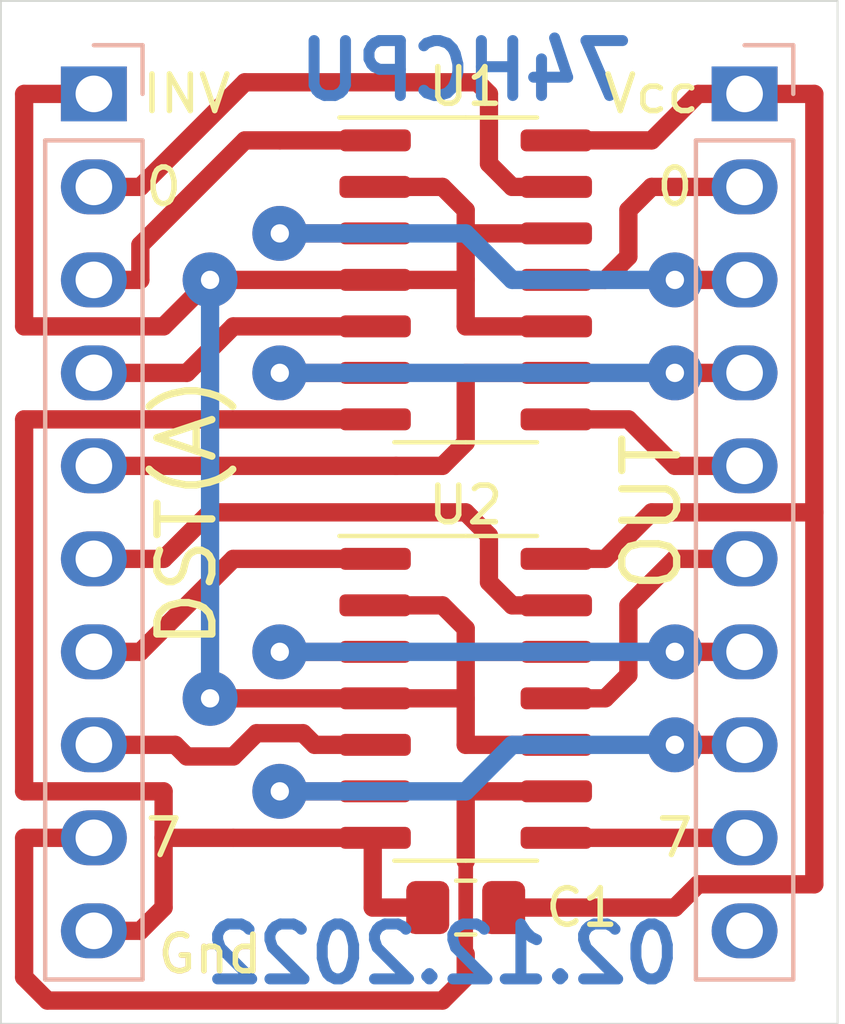
<source format=kicad_pcb>
(kicad_pcb (version 20171130) (host pcbnew "(5.1.8)-1")

  (general
    (thickness 1.6)
    (drawings 16)
    (tracks 144)
    (zones 0)
    (modules 5)
    (nets 21)
  )

  (page A4 portrait)
  (layers
    (0 F.Cu signal)
    (31 B.Cu signal)
    (32 B.Adhes user)
    (33 F.Adhes user)
    (34 B.Paste user)
    (35 F.Paste user)
    (36 B.SilkS user)
    (37 F.SilkS user)
    (38 B.Mask user)
    (39 F.Mask user)
    (40 Dwgs.User user)
    (41 Cmts.User user)
    (42 Eco1.User user)
    (43 Eco2.User user)
    (44 Edge.Cuts user)
    (45 Margin user)
    (46 B.CrtYd user)
    (47 F.CrtYd user)
    (48 B.Fab user)
    (49 F.Fab user)
  )

  (setup
    (last_trace_width 0.4)
    (user_trace_width 0.4)
    (user_trace_width 0.5)
    (user_trace_width 0.6)
    (user_trace_width 0.8)
    (trace_clearance 0.2)
    (zone_clearance 0.508)
    (zone_45_only no)
    (trace_min 0.4)
    (via_size 1.5)
    (via_drill 0.5)
    (via_min_size 1.5)
    (via_min_drill 0.5)
    (user_via 1.5 0.5)
    (uvia_size 0.3)
    (uvia_drill 0.1)
    (uvias_allowed no)
    (uvia_min_size 0.2)
    (uvia_min_drill 0.1)
    (edge_width 0.05)
    (segment_width 0.2)
    (pcb_text_width 0.3)
    (pcb_text_size 1.5 1.5)
    (mod_edge_width 0.12)
    (mod_text_size 1 1)
    (mod_text_width 0.15)
    (pad_size 1.524 1.524)
    (pad_drill 0.762)
    (pad_to_mask_clearance 0)
    (aux_axis_origin 0 0)
    (visible_elements 7FFFFFFF)
    (pcbplotparams
      (layerselection 0x010f0_ffffffff)
      (usegerberextensions false)
      (usegerberattributes true)
      (usegerberadvancedattributes true)
      (creategerberjobfile false)
      (excludeedgelayer true)
      (linewidth 0.100000)
      (plotframeref false)
      (viasonmask false)
      (mode 1)
      (useauxorigin false)
      (hpglpennumber 1)
      (hpglpenspeed 20)
      (hpglpendiameter 15.000000)
      (psnegative false)
      (psa4output false)
      (plotreference true)
      (plotvalue true)
      (plotinvisibletext false)
      (padsonsilk false)
      (subtractmaskfromsilk false)
      (outputformat 1)
      (mirror false)
      (drillshape 0)
      (scaleselection 1)
      (outputdirectory "gerber/"))
  )

  (net 0 "")
  (net 1 VCC)
  (net 2 GND)
  (net 3 /O7)
  (net 4 /O6)
  (net 5 /O5)
  (net 6 /O4)
  (net 7 /O3)
  (net 8 /O2)
  (net 9 /O1)
  (net 10 /O0)
  (net 11 /INV)
  (net 12 "Net-(J2-Pad10)")
  (net 13 /D7)
  (net 14 /D6)
  (net 15 /D5)
  (net 16 /D4)
  (net 17 /D3)
  (net 18 /D2)
  (net 19 /D1)
  (net 20 /D0)

  (net_class Default "This is the default net class."
    (clearance 0.2)
    (trace_width 0.4)
    (via_dia 1.5)
    (via_drill 0.5)
    (uvia_dia 0.3)
    (uvia_drill 0.1)
    (diff_pair_width 0.5)
    (diff_pair_gap 0.25)
    (add_net /D0)
    (add_net /D1)
    (add_net /D2)
    (add_net /D3)
    (add_net /D4)
    (add_net /D5)
    (add_net /D6)
    (add_net /D7)
    (add_net /INV)
    (add_net /O0)
    (add_net /O1)
    (add_net /O2)
    (add_net /O3)
    (add_net /O4)
    (add_net /O5)
    (add_net /O6)
    (add_net /O7)
    (add_net GND)
    (add_net "Net-(J2-Pad10)")
    (add_net VCC)
  )

  (module Connector_PinHeader_2.54mm:PinHeader_1x10_P2.54mm_Vertical (layer B.Cu) (tedit 59FED5CC) (tstamp 63867421)
    (at 96.52 40.64 180)
    (descr "Through hole straight pin header, 1x10, 2.54mm pitch, single row")
    (tags "Through hole pin header THT 1x10 2.54mm single row")
    (path /638C9111)
    (fp_text reference J2 (at 2.54 1.27) (layer B.SilkS) hide
      (effects (font (size 1 1) (thickness 0.15)) (justify mirror))
    )
    (fp_text value Conn_01x10_Male (at -1.905 -11.43 90) (layer B.Fab)
      (effects (font (size 1 1) (thickness 0.15)) (justify mirror))
    )
    (fp_line (start 1.8 1.8) (end -1.8 1.8) (layer B.CrtYd) (width 0.05))
    (fp_line (start 1.8 -24.65) (end 1.8 1.8) (layer B.CrtYd) (width 0.05))
    (fp_line (start -1.8 -24.65) (end 1.8 -24.65) (layer B.CrtYd) (width 0.05))
    (fp_line (start -1.8 1.8) (end -1.8 -24.65) (layer B.CrtYd) (width 0.05))
    (fp_line (start -1.33 1.33) (end 0 1.33) (layer B.SilkS) (width 0.12))
    (fp_line (start -1.33 0) (end -1.33 1.33) (layer B.SilkS) (width 0.12))
    (fp_line (start -1.33 -1.27) (end 1.33 -1.27) (layer B.SilkS) (width 0.12))
    (fp_line (start 1.33 -1.27) (end 1.33 -24.19) (layer B.SilkS) (width 0.12))
    (fp_line (start -1.33 -1.27) (end -1.33 -24.19) (layer B.SilkS) (width 0.12))
    (fp_line (start -1.33 -24.19) (end 1.33 -24.19) (layer B.SilkS) (width 0.12))
    (fp_line (start -1.27 0.635) (end -0.635 1.27) (layer B.Fab) (width 0.1))
    (fp_line (start -1.27 -24.13) (end -1.27 0.635) (layer B.Fab) (width 0.1))
    (fp_line (start 1.27 -24.13) (end -1.27 -24.13) (layer B.Fab) (width 0.1))
    (fp_line (start 1.27 1.27) (end 1.27 -24.13) (layer B.Fab) (width 0.1))
    (fp_line (start -0.635 1.27) (end 1.27 1.27) (layer B.Fab) (width 0.1))
    (fp_text user %R (at 0 -11.43 270) (layer B.Fab)
      (effects (font (size 1 1) (thickness 0.15)) (justify mirror))
    )
    (pad 10 thru_hole oval (at 0 -22.86 180) (size 1.8 1.5) (drill 1) (layers *.Cu *.Mask)
      (net 12 "Net-(J2-Pad10)"))
    (pad 9 thru_hole oval (at 0 -20.32 180) (size 1.8 1.5) (drill 1) (layers *.Cu *.Mask)
      (net 3 /O7))
    (pad 8 thru_hole oval (at 0 -17.78 180) (size 1.8 1.5) (drill 1) (layers *.Cu *.Mask)
      (net 4 /O6))
    (pad 7 thru_hole oval (at 0 -15.24 180) (size 1.8 1.5) (drill 1) (layers *.Cu *.Mask)
      (net 5 /O5))
    (pad 6 thru_hole oval (at 0 -12.7 180) (size 1.8 1.5) (drill 1) (layers *.Cu *.Mask)
      (net 6 /O4))
    (pad 5 thru_hole oval (at 0 -10.16 180) (size 1.8 1.5) (drill 1) (layers *.Cu *.Mask)
      (net 7 /O3))
    (pad 4 thru_hole oval (at 0 -7.62 180) (size 1.8 1.5) (drill 1) (layers *.Cu *.Mask)
      (net 8 /O2))
    (pad 3 thru_hole oval (at 0 -5.08 180) (size 1.8 1.5) (drill 1) (layers *.Cu *.Mask)
      (net 9 /O1))
    (pad 2 thru_hole oval (at 0 -2.54 180) (size 1.8 1.5) (drill 1) (layers *.Cu *.Mask)
      (net 10 /O0))
    (pad 1 thru_hole rect (at 0 0 180) (size 1.8 1.5) (drill 1) (layers *.Cu *.Mask)
      (net 1 VCC))
    (model ${KISYS3DMOD}/Connector_PinHeader_2.54mm.3dshapes/PinHeader_1x10_P2.54mm_Vertical.wrl
      (at (xyz 0 0 0))
      (scale (xyz 1 1 1))
      (rotate (xyz 0 0 0))
    )
  )

  (module Connector_PinHeader_2.54mm:PinHeader_1x10_P2.54mm_Vertical (layer B.Cu) (tedit 59FED5CC) (tstamp 63867403)
    (at 78.74 40.64 180)
    (descr "Through hole straight pin header, 1x10, 2.54mm pitch, single row")
    (tags "Through hole pin header THT 1x10 2.54mm single row")
    (path /638C75A4)
    (fp_text reference J1 (at -2.54 1.27) (layer B.SilkS) hide
      (effects (font (size 1 1) (thickness 0.15)) (justify mirror))
    )
    (fp_text value Conn_01x10_Male (at 1.27 -11.43 90) (layer B.Fab)
      (effects (font (size 1 1) (thickness 0.15)) (justify mirror))
    )
    (fp_line (start 1.8 1.8) (end -1.8 1.8) (layer B.CrtYd) (width 0.05))
    (fp_line (start 1.8 -24.65) (end 1.8 1.8) (layer B.CrtYd) (width 0.05))
    (fp_line (start -1.8 -24.65) (end 1.8 -24.65) (layer B.CrtYd) (width 0.05))
    (fp_line (start -1.8 1.8) (end -1.8 -24.65) (layer B.CrtYd) (width 0.05))
    (fp_line (start -1.33 1.33) (end 0 1.33) (layer B.SilkS) (width 0.12))
    (fp_line (start -1.33 0) (end -1.33 1.33) (layer B.SilkS) (width 0.12))
    (fp_line (start -1.33 -1.27) (end 1.33 -1.27) (layer B.SilkS) (width 0.12))
    (fp_line (start 1.33 -1.27) (end 1.33 -24.19) (layer B.SilkS) (width 0.12))
    (fp_line (start -1.33 -1.27) (end -1.33 -24.19) (layer B.SilkS) (width 0.12))
    (fp_line (start -1.33 -24.19) (end 1.33 -24.19) (layer B.SilkS) (width 0.12))
    (fp_line (start -1.27 0.635) (end -0.635 1.27) (layer B.Fab) (width 0.1))
    (fp_line (start -1.27 -24.13) (end -1.27 0.635) (layer B.Fab) (width 0.1))
    (fp_line (start 1.27 -24.13) (end -1.27 -24.13) (layer B.Fab) (width 0.1))
    (fp_line (start 1.27 1.27) (end 1.27 -24.13) (layer B.Fab) (width 0.1))
    (fp_line (start -0.635 1.27) (end 1.27 1.27) (layer B.Fab) (width 0.1))
    (fp_text user %R (at 0 -11.43 270) (layer B.Fab)
      (effects (font (size 1 1) (thickness 0.15)) (justify mirror))
    )
    (pad 10 thru_hole oval (at 0 -22.86 180) (size 1.8 1.5) (drill 1) (layers *.Cu *.Mask)
      (net 2 GND))
    (pad 9 thru_hole oval (at 0 -20.32 180) (size 1.8 1.5) (drill 1) (layers *.Cu *.Mask)
      (net 13 /D7))
    (pad 8 thru_hole oval (at 0 -17.78 180) (size 1.8 1.5) (drill 1) (layers *.Cu *.Mask)
      (net 14 /D6))
    (pad 7 thru_hole oval (at 0 -15.24 180) (size 1.8 1.5) (drill 1) (layers *.Cu *.Mask)
      (net 15 /D5))
    (pad 6 thru_hole oval (at 0 -12.7 180) (size 1.8 1.5) (drill 1) (layers *.Cu *.Mask)
      (net 16 /D4))
    (pad 5 thru_hole oval (at 0 -10.16 180) (size 1.8 1.5) (drill 1) (layers *.Cu *.Mask)
      (net 17 /D3))
    (pad 4 thru_hole oval (at 0 -7.62 180) (size 1.8 1.5) (drill 1) (layers *.Cu *.Mask)
      (net 18 /D2))
    (pad 3 thru_hole oval (at 0 -5.08 180) (size 1.8 1.5) (drill 1) (layers *.Cu *.Mask)
      (net 19 /D1))
    (pad 2 thru_hole oval (at 0 -2.54 180) (size 1.8 1.5) (drill 1) (layers *.Cu *.Mask)
      (net 20 /D0))
    (pad 1 thru_hole rect (at 0 0 180) (size 1.8 1.5) (drill 1) (layers *.Cu *.Mask)
      (net 11 /INV))
    (model ${KISYS3DMOD}/Connector_PinHeader_2.54mm.3dshapes/PinHeader_1x10_P2.54mm_Vertical.wrl
      (at (xyz 0 0 0))
      (scale (xyz 1 1 1))
      (rotate (xyz 0 0 0))
    )
  )

  (module Capacitor_SMD:C_0805_2012Metric_Pad1.18x1.45mm_HandSolder (layer F.Cu) (tedit 5F68FEEF) (tstamp 638673E5)
    (at 88.9 62.865 180)
    (descr "Capacitor SMD 0805 (2012 Metric), square (rectangular) end terminal, IPC_7351 nominal with elongated pad for handsoldering. (Body size source: IPC-SM-782 page 76, https://www.pcb-3d.com/wordpress/wp-content/uploads/ipc-sm-782a_amendment_1_and_2.pdf, https://docs.google.com/spreadsheets/d/1BsfQQcO9C6DZCsRaXUlFlo91Tg2WpOkGARC1WS5S8t0/edit?usp=sharing), generated with kicad-footprint-generator")
    (tags "capacitor handsolder")
    (path /6387E862)
    (attr smd)
    (fp_text reference C1 (at -3.175 0) (layer F.SilkS)
      (effects (font (size 1 1) (thickness 0.15)))
    )
    (fp_text value 0.1uF (at 0 1.68) (layer F.Fab)
      (effects (font (size 1 1) (thickness 0.15)))
    )
    (fp_line (start 1.88 0.98) (end -1.88 0.98) (layer F.CrtYd) (width 0.05))
    (fp_line (start 1.88 -0.98) (end 1.88 0.98) (layer F.CrtYd) (width 0.05))
    (fp_line (start -1.88 -0.98) (end 1.88 -0.98) (layer F.CrtYd) (width 0.05))
    (fp_line (start -1.88 0.98) (end -1.88 -0.98) (layer F.CrtYd) (width 0.05))
    (fp_line (start -0.261252 0.735) (end 0.261252 0.735) (layer F.SilkS) (width 0.12))
    (fp_line (start -0.261252 -0.735) (end 0.261252 -0.735) (layer F.SilkS) (width 0.12))
    (fp_line (start 1 0.625) (end -1 0.625) (layer F.Fab) (width 0.1))
    (fp_line (start 1 -0.625) (end 1 0.625) (layer F.Fab) (width 0.1))
    (fp_line (start -1 -0.625) (end 1 -0.625) (layer F.Fab) (width 0.1))
    (fp_line (start -1 0.625) (end -1 -0.625) (layer F.Fab) (width 0.1))
    (fp_text user %R (at 0 0) (layer F.Fab)
      (effects (font (size 0.5 0.5) (thickness 0.08)))
    )
    (pad 2 smd roundrect (at 1.0375 0 180) (size 1.175 1.45) (layers F.Cu F.Paste F.Mask) (roundrect_rratio 0.2127659574468085)
      (net 2 GND))
    (pad 1 smd roundrect (at -1.0375 0 180) (size 1.175 1.45) (layers F.Cu F.Paste F.Mask) (roundrect_rratio 0.2127659574468085)
      (net 1 VCC))
    (model ${KISYS3DMOD}/Capacitor_SMD.3dshapes/C_0805_2012Metric.wrl
      (at (xyz 0 0 0))
      (scale (xyz 1 1 1))
      (rotate (xyz 0 0 0))
    )
  )

  (module Package_SO:SO-14_3.9x8.65mm_P1.27mm (layer F.Cu) (tedit 5F427CE7) (tstamp 63866E4D)
    (at 88.9 45.72)
    (descr "SO, 14 Pin (https://www.st.com/resource/en/datasheet/l6491.pdf), generated with kicad-footprint-generator ipc_gullwing_generator.py")
    (tags "SO SO")
    (path /63868234)
    (attr smd)
    (fp_text reference U1 (at 0 -5.28) (layer F.SilkS)
      (effects (font (size 1 1) (thickness 0.15)))
    )
    (fp_text value 74HC86 (at 0 5.28) (layer F.Fab)
      (effects (font (size 1 1) (thickness 0.15)))
    )
    (fp_line (start 3.7 -4.58) (end -3.7 -4.58) (layer F.CrtYd) (width 0.05))
    (fp_line (start 3.7 4.58) (end 3.7 -4.58) (layer F.CrtYd) (width 0.05))
    (fp_line (start -3.7 4.58) (end 3.7 4.58) (layer F.CrtYd) (width 0.05))
    (fp_line (start -3.7 -4.58) (end -3.7 4.58) (layer F.CrtYd) (width 0.05))
    (fp_line (start -1.95 -3.35) (end -0.975 -4.325) (layer F.Fab) (width 0.1))
    (fp_line (start -1.95 4.325) (end -1.95 -3.35) (layer F.Fab) (width 0.1))
    (fp_line (start 1.95 4.325) (end -1.95 4.325) (layer F.Fab) (width 0.1))
    (fp_line (start 1.95 -4.325) (end 1.95 4.325) (layer F.Fab) (width 0.1))
    (fp_line (start -0.975 -4.325) (end 1.95 -4.325) (layer F.Fab) (width 0.1))
    (fp_line (start 0 -4.435) (end -3.45 -4.435) (layer F.SilkS) (width 0.12))
    (fp_line (start 0 -4.435) (end 1.95 -4.435) (layer F.SilkS) (width 0.12))
    (fp_line (start 0 4.435) (end -1.95 4.435) (layer F.SilkS) (width 0.12))
    (fp_line (start 0 4.435) (end 1.95 4.435) (layer F.SilkS) (width 0.12))
    (fp_text user %R (at 0 0) (layer F.Fab)
      (effects (font (size 0.98 0.98) (thickness 0.15)))
    )
    (pad 1 smd roundrect (at -2.475 -3.81) (size 1.95 0.6) (layers F.Cu F.Paste F.Mask) (roundrect_rratio 0.25)
      (net 19 /D1))
    (pad 2 smd roundrect (at -2.475 -2.54) (size 1.95 0.6) (layers F.Cu F.Paste F.Mask) (roundrect_rratio 0.25)
      (net 11 /INV))
    (pad 3 smd roundrect (at -2.475 -1.27) (size 1.95 0.6) (layers F.Cu F.Paste F.Mask) (roundrect_rratio 0.25)
      (net 9 /O1))
    (pad 4 smd roundrect (at -2.475 0) (size 1.95 0.6) (layers F.Cu F.Paste F.Mask) (roundrect_rratio 0.25)
      (net 11 /INV))
    (pad 5 smd roundrect (at -2.475 1.27) (size 1.95 0.6) (layers F.Cu F.Paste F.Mask) (roundrect_rratio 0.25)
      (net 18 /D2))
    (pad 6 smd roundrect (at -2.475 2.54) (size 1.95 0.6) (layers F.Cu F.Paste F.Mask) (roundrect_rratio 0.25)
      (net 8 /O2))
    (pad 7 smd roundrect (at -2.475 3.81) (size 1.95 0.6) (layers F.Cu F.Paste F.Mask) (roundrect_rratio 0.25)
      (net 2 GND))
    (pad 8 smd roundrect (at 2.475 3.81) (size 1.95 0.6) (layers F.Cu F.Paste F.Mask) (roundrect_rratio 0.25)
      (net 7 /O3))
    (pad 9 smd roundrect (at 2.475 2.54) (size 1.95 0.6) (layers F.Cu F.Paste F.Mask) (roundrect_rratio 0.25)
      (net 17 /D3))
    (pad 10 smd roundrect (at 2.475 1.27) (size 1.95 0.6) (layers F.Cu F.Paste F.Mask) (roundrect_rratio 0.25)
      (net 11 /INV))
    (pad 11 smd roundrect (at 2.475 0) (size 1.95 0.6) (layers F.Cu F.Paste F.Mask) (roundrect_rratio 0.25)
      (net 10 /O0))
    (pad 12 smd roundrect (at 2.475 -1.27) (size 1.95 0.6) (layers F.Cu F.Paste F.Mask) (roundrect_rratio 0.25)
      (net 11 /INV))
    (pad 13 smd roundrect (at 2.475 -2.54) (size 1.95 0.6) (layers F.Cu F.Paste F.Mask) (roundrect_rratio 0.25)
      (net 20 /D0))
    (pad 14 smd roundrect (at 2.475 -3.81) (size 1.95 0.6) (layers F.Cu F.Paste F.Mask) (roundrect_rratio 0.25)
      (net 1 VCC))
    (model ${KISYS3DMOD}/Package_SO.3dshapes/SO-14_3.9x8.65mm_P1.27mm.wrl
      (at (xyz 0 0 0))
      (scale (xyz 1 1 1))
      (rotate (xyz 0 0 0))
    )
  )

  (module Package_SO:SO-14_3.9x8.65mm_P1.27mm (layer F.Cu) (tedit 5F427CE7) (tstamp 63866E6D)
    (at 88.9 57.15)
    (descr "SO, 14 Pin (https://www.st.com/resource/en/datasheet/l6491.pdf), generated with kicad-footprint-generator ipc_gullwing_generator.py")
    (tags "SO SO")
    (path /63875B1D)
    (attr smd)
    (fp_text reference U2 (at 0 -5.28) (layer F.SilkS)
      (effects (font (size 1 1) (thickness 0.15)))
    )
    (fp_text value 74HC86 (at 0 5.28) (layer F.Fab)
      (effects (font (size 1 1) (thickness 0.15)))
    )
    (fp_line (start 0 4.435) (end 1.95 4.435) (layer F.SilkS) (width 0.12))
    (fp_line (start 0 4.435) (end -1.95 4.435) (layer F.SilkS) (width 0.12))
    (fp_line (start 0 -4.435) (end 1.95 -4.435) (layer F.SilkS) (width 0.12))
    (fp_line (start 0 -4.435) (end -3.45 -4.435) (layer F.SilkS) (width 0.12))
    (fp_line (start -0.975 -4.325) (end 1.95 -4.325) (layer F.Fab) (width 0.1))
    (fp_line (start 1.95 -4.325) (end 1.95 4.325) (layer F.Fab) (width 0.1))
    (fp_line (start 1.95 4.325) (end -1.95 4.325) (layer F.Fab) (width 0.1))
    (fp_line (start -1.95 4.325) (end -1.95 -3.35) (layer F.Fab) (width 0.1))
    (fp_line (start -1.95 -3.35) (end -0.975 -4.325) (layer F.Fab) (width 0.1))
    (fp_line (start -3.7 -4.58) (end -3.7 4.58) (layer F.CrtYd) (width 0.05))
    (fp_line (start -3.7 4.58) (end 3.7 4.58) (layer F.CrtYd) (width 0.05))
    (fp_line (start 3.7 4.58) (end 3.7 -4.58) (layer F.CrtYd) (width 0.05))
    (fp_line (start 3.7 -4.58) (end -3.7 -4.58) (layer F.CrtYd) (width 0.05))
    (fp_text user %R (at 0 0) (layer F.Fab)
      (effects (font (size 0.98 0.98) (thickness 0.15)))
    )
    (pad 14 smd roundrect (at 2.475 -3.81) (size 1.95 0.6) (layers F.Cu F.Paste F.Mask) (roundrect_rratio 0.25)
      (net 1 VCC))
    (pad 13 smd roundrect (at 2.475 -2.54) (size 1.95 0.6) (layers F.Cu F.Paste F.Mask) (roundrect_rratio 0.25)
      (net 16 /D4))
    (pad 12 smd roundrect (at 2.475 -1.27) (size 1.95 0.6) (layers F.Cu F.Paste F.Mask) (roundrect_rratio 0.25)
      (net 11 /INV))
    (pad 11 smd roundrect (at 2.475 0) (size 1.95 0.6) (layers F.Cu F.Paste F.Mask) (roundrect_rratio 0.25)
      (net 6 /O4))
    (pad 10 smd roundrect (at 2.475 1.27) (size 1.95 0.6) (layers F.Cu F.Paste F.Mask) (roundrect_rratio 0.25)
      (net 11 /INV))
    (pad 9 smd roundrect (at 2.475 2.54) (size 1.95 0.6) (layers F.Cu F.Paste F.Mask) (roundrect_rratio 0.25)
      (net 13 /D7))
    (pad 8 smd roundrect (at 2.475 3.81) (size 1.95 0.6) (layers F.Cu F.Paste F.Mask) (roundrect_rratio 0.25)
      (net 3 /O7))
    (pad 7 smd roundrect (at -2.475 3.81) (size 1.95 0.6) (layers F.Cu F.Paste F.Mask) (roundrect_rratio 0.25)
      (net 2 GND))
    (pad 6 smd roundrect (at -2.475 2.54) (size 1.95 0.6) (layers F.Cu F.Paste F.Mask) (roundrect_rratio 0.25)
      (net 4 /O6))
    (pad 5 smd roundrect (at -2.475 1.27) (size 1.95 0.6) (layers F.Cu F.Paste F.Mask) (roundrect_rratio 0.25)
      (net 14 /D6))
    (pad 4 smd roundrect (at -2.475 0) (size 1.95 0.6) (layers F.Cu F.Paste F.Mask) (roundrect_rratio 0.25)
      (net 11 /INV))
    (pad 3 smd roundrect (at -2.475 -1.27) (size 1.95 0.6) (layers F.Cu F.Paste F.Mask) (roundrect_rratio 0.25)
      (net 5 /O5))
    (pad 2 smd roundrect (at -2.475 -2.54) (size 1.95 0.6) (layers F.Cu F.Paste F.Mask) (roundrect_rratio 0.25)
      (net 11 /INV))
    (pad 1 smd roundrect (at -2.475 -3.81) (size 1.95 0.6) (layers F.Cu F.Paste F.Mask) (roundrect_rratio 0.25)
      (net 15 /D5))
    (model ${KISYS3DMOD}/Package_SO.3dshapes/SO-14_3.9x8.65mm_P1.27mm.wrl
      (at (xyz 0 0 0))
      (scale (xyz 1 1 1))
      (rotate (xyz 0 0 0))
    )
  )

  (gr_text INV (at 81.28 40.64) (layer F.SilkS)
    (effects (font (size 1 1) (thickness 0.15)))
  )
  (gr_text Gnd (at 81.915 64.135) (layer F.Cu) (tstamp 63843D85)
    (effects (font (size 1 1) (thickness 0.15)))
  )
  (gr_text 7 (at 94.615 60.96) (layer F.SilkS)
    (effects (font (size 1 1) (thickness 0.15)))
  )
  (gr_text 0 (at 94.615 43.18) (layer F.SilkS)
    (effects (font (size 1 1) (thickness 0.15)))
  )
  (gr_text 7 (at 80.645 60.96) (layer F.SilkS)
    (effects (font (size 1 1) (thickness 0.15)))
  )
  (gr_text 0 (at 80.645 43.18) (layer F.SilkS)
    (effects (font (size 1 1) (thickness 0.15)))
  )
  (gr_text OUT (at 93.98 52.07 90) (layer F.SilkS) (tstamp 63843B19)
    (effects (font (size 1.5 1.5) (thickness 0.2)))
  )
  (gr_text "DST(A)" (at 81.28 52.07 90) (layer F.SilkS)
    (effects (font (size 1.5 1.5) (thickness 0.2)))
  )
  (gr_text Gnd (at 81.915 64.135) (layer F.SilkS)
    (effects (font (size 1 1) (thickness 0.15)))
  )
  (gr_text Vcc (at 93.98 40.64) (layer F.SilkS)
    (effects (font (size 1 1) (thickness 0.15)))
  )
  (gr_text 74HCPU (at 88.9 40.005) (layer B.Cu) (tstamp 63843981)
    (effects (font (size 1.5 1.5) (thickness 0.3)) (justify mirror))
  )
  (gr_text 02.12.2022 (at 88.265 64.135) (layer B.Cu)
    (effects (font (size 1.5 1.5) (thickness 0.3)) (justify mirror))
  )
  (gr_line (start 76.2 38.1) (end 76.2 66.04) (layer Edge.Cuts) (width 0.05) (tstamp 6383F8D8))
  (gr_line (start 99.06 38.1) (end 76.2 38.1) (layer Edge.Cuts) (width 0.05))
  (gr_line (start 99.06 66.04) (end 99.06 38.1) (layer Edge.Cuts) (width 0.05))
  (gr_line (start 76.2 66.04) (end 99.06 66.04) (layer Edge.Cuts) (width 0.05))

  (segment (start 93.98 41.91) (end 95.25 40.64) (width 0.5) (layer F.Cu) (net 1))
  (segment (start 91.375 41.91) (end 93.98 41.91) (width 0.5) (layer F.Cu) (net 1))
  (segment (start 94.615 62.865) (end 89.9375 62.865) (width 0.5) (layer F.Cu) (net 1))
  (segment (start 95.25 62.23) (end 94.615 62.865) (width 0.5) (layer F.Cu) (net 1))
  (segment (start 98.425 62.23) (end 95.25 62.23) (width 0.5) (layer F.Cu) (net 1))
  (segment (start 98.425 40.64) (end 98.425 52.07) (width 0.5) (layer F.Cu) (net 1))
  (segment (start 98.425 52.07) (end 98.425 62.23) (width 0.5) (layer F.Cu) (net 1))
  (segment (start 92.71 53.34) (end 91.375 53.34) (width 0.5) (layer F.Cu) (net 1))
  (segment (start 93.98 52.07) (end 92.71 53.34) (width 0.5) (layer F.Cu) (net 1))
  (segment (start 98.425 52.07) (end 93.98 52.07) (width 0.5) (layer F.Cu) (net 1))
  (segment (start 95.25 40.64) (end 98.425 40.64) (width 0.5) (layer F.Cu) (net 1))
  (segment (start 87.8625 62.865) (end 86.36 62.865) (width 0.5) (layer F.Cu) (net 2))
  (segment (start 86.36 61.025) (end 86.425 60.96) (width 0.5) (layer F.Cu) (net 2))
  (segment (start 86.36 62.865) (end 86.36 61.025) (width 0.5) (layer F.Cu) (net 2))
  (segment (start 76.835 49.53) (end 76.835 59.69) (width 0.5) (layer F.Cu) (net 2))
  (segment (start 86.425 49.53) (end 76.835 49.53) (width 0.5) (layer F.Cu) (net 2))
  (segment (start 76.835 59.69) (end 80.645 59.69) (width 0.5) (layer F.Cu) (net 2))
  (segment (start 82.55 60.96) (end 80.645 60.96) (width 0.5) (layer F.Cu) (net 2))
  (segment (start 86.425 60.96) (end 82.55 60.96) (width 0.5) (layer F.Cu) (net 2))
  (segment (start 80.645 59.69) (end 80.645 60.96) (width 0.5) (layer F.Cu) (net 2))
  (segment (start 80.01 63.5) (end 78.74 63.5) (width 0.5) (layer F.Cu) (net 2))
  (segment (start 80.645 62.865) (end 80.01 63.5) (width 0.5) (layer F.Cu) (net 2))
  (segment (start 80.645 60.96) (end 80.645 62.865) (width 0.5) (layer F.Cu) (net 2))
  (segment (start 91.375 60.96) (end 96.52 60.96) (width 0.5) (layer F.Cu) (net 3))
  (segment (start 86.425 59.69) (end 83.82 59.69) (width 0.5) (layer F.Cu) (net 4))
  (segment (start 96.52 58.42) (end 94.615 58.42) (width 0.5) (layer F.Cu) (net 4))
  (segment (start 96.52 58.42) (end 96.52 58.42) (width 0.5) (layer F.Cu) (net 4) (tstamp 63869083))
  (segment (start 83.82 59.69) (end 83.82 59.69) (width 0.5) (layer F.Cu) (net 4) (tstamp 63869085))
  (via (at 83.82 59.69) (size 1.5) (drill 0.5) (layers F.Cu B.Cu) (net 4))
  (segment (start 88.9 59.69) (end 90.17 58.42) (width 0.5) (layer B.Cu) (net 4))
  (segment (start 83.82 59.69) (end 88.9 59.69) (width 0.5) (layer B.Cu) (net 4))
  (segment (start 90.17 58.42) (end 90.805 58.42) (width 0.5) (layer B.Cu) (net 4))
  (segment (start 90.805 58.42) (end 94.615 58.42) (width 0.5) (layer B.Cu) (net 4))
  (via (at 94.615 58.42) (size 1.5) (drill 0.5) (layers F.Cu B.Cu) (net 4))
  (segment (start 86.425 55.88) (end 84.455 55.88) (width 0.5) (layer F.Cu) (net 5))
  (segment (start 84.455 55.88) (end 84.455 55.88) (width 0.5) (layer F.Cu) (net 5) (tstamp 63868C8B))
  (via (at 83.82 55.88) (size 1.5) (drill 0.5) (layers F.Cu B.Cu) (net 5))
  (segment (start 83.82 55.88) (end 84.455 55.88) (width 0.5) (layer F.Cu) (net 5))
  (segment (start 94.615 55.88) (end 96.52 55.88) (width 0.5) (layer F.Cu) (net 5))
  (segment (start 83.82 55.88) (end 94.615 55.88) (width 0.5) (layer B.Cu) (net 5))
  (via (at 94.615 55.88) (size 1.5) (drill 0.5) (layers F.Cu B.Cu) (net 5))
  (segment (start 93.345 56.515) (end 92.71 57.15) (width 0.5) (layer F.Cu) (net 6))
  (segment (start 93.345 54.61) (end 93.345 56.515) (width 0.5) (layer F.Cu) (net 6))
  (segment (start 94.615 53.34) (end 93.345 54.61) (width 0.5) (layer F.Cu) (net 6))
  (segment (start 92.71 57.15) (end 91.375 57.15) (width 0.5) (layer F.Cu) (net 6))
  (segment (start 96.52 53.34) (end 94.615 53.34) (width 0.5) (layer F.Cu) (net 6))
  (segment (start 96.52 50.8) (end 94.615 50.8) (width 0.5) (layer F.Cu) (net 7))
  (segment (start 94.615 50.8) (end 93.345 49.53) (width 0.5) (layer F.Cu) (net 7))
  (segment (start 93.345 49.53) (end 91.375 49.53) (width 0.5) (layer F.Cu) (net 7))
  (segment (start 86.425 48.26) (end 84.455 48.26) (width 0.5) (layer F.Cu) (net 8))
  (segment (start 84.455 48.26) (end 83.82 48.26) (width 0.5) (layer F.Cu) (net 8))
  (segment (start 83.82 48.26) (end 83.82 48.26) (width 0.5) (layer F.Cu) (net 8) (tstamp 63868EB0))
  (via (at 83.82 48.26) (size 1.5) (drill 0.5) (layers F.Cu B.Cu) (net 8))
  (segment (start 96.52 48.26) (end 94.615 48.26) (width 0.5) (layer F.Cu) (net 8))
  (segment (start 96.52 48.26) (end 96.52 48.26) (width 0.5) (layer F.Cu) (net 8) (tstamp 63868F68))
  (segment (start 83.82 48.26) (end 94.615 48.26) (width 0.5) (layer B.Cu) (net 8))
  (via (at 94.615 48.26) (size 1.5) (drill 0.5) (layers F.Cu B.Cu) (net 8))
  (segment (start 86.425 44.45) (end 83.82 44.45) (width 0.5) (layer F.Cu) (net 9))
  (segment (start 83.82 44.45) (end 83.82 44.45) (width 0.5) (layer F.Cu) (net 9) (tstamp 63869007))
  (via (at 83.82 44.45) (size 1.5) (drill 0.5) (layers F.Cu B.Cu) (net 9))
  (segment (start 96.52 45.72) (end 94.615 45.72) (width 0.5) (layer F.Cu) (net 9))
  (segment (start 96.52 45.72) (end 96.52 45.72) (width 0.5) (layer F.Cu) (net 9) (tstamp 63869027))
  (segment (start 83.82 44.45) (end 88.9 44.45) (width 0.5) (layer B.Cu) (net 9))
  (segment (start 90.17 45.72) (end 94.615 45.72) (width 0.5) (layer B.Cu) (net 9))
  (segment (start 88.9 44.45) (end 90.17 45.72) (width 0.5) (layer B.Cu) (net 9))
  (via (at 94.615 45.72) (size 1.5) (drill 0.5) (layers F.Cu B.Cu) (net 9))
  (segment (start 92.71 45.72) (end 91.375 45.72) (width 0.5) (layer F.Cu) (net 10))
  (segment (start 93.345 45.085) (end 92.71 45.72) (width 0.5) (layer F.Cu) (net 10))
  (segment (start 93.345 43.815) (end 93.345 45.085) (width 0.5) (layer F.Cu) (net 10))
  (segment (start 93.98 43.18) (end 93.345 43.815) (width 0.5) (layer F.Cu) (net 10))
  (segment (start 96.52 43.18) (end 93.98 43.18) (width 0.5) (layer F.Cu) (net 10))
  (segment (start 88.9 58.42) (end 91.375 58.42) (width 0.5) (layer F.Cu) (net 11))
  (segment (start 88.9 46.99) (end 91.375 46.99) (width 0.5) (layer F.Cu) (net 11))
  (segment (start 88.9 44.45) (end 91.375 44.45) (width 0.5) (layer F.Cu) (net 11))
  (segment (start 88.9 55.88) (end 91.375 55.88) (width 0.5) (layer F.Cu) (net 11))
  (segment (start 88.265 43.18) (end 88.9 43.815) (width 0.5) (layer F.Cu) (net 11))
  (segment (start 88.9 43.815) (end 88.9 44.45) (width 0.5) (layer F.Cu) (net 11))
  (segment (start 86.425 43.18) (end 88.265 43.18) (width 0.5) (layer F.Cu) (net 11))
  (segment (start 86.425 45.72) (end 88.9 45.72) (width 0.5) (layer F.Cu) (net 11))
  (segment (start 88.9 45.72) (end 88.9 46.99) (width 0.5) (layer F.Cu) (net 11))
  (segment (start 88.9 44.45) (end 88.9 45.72) (width 0.5) (layer F.Cu) (net 11))
  (segment (start 88.265 54.61) (end 88.9 55.245) (width 0.5) (layer F.Cu) (net 11))
  (segment (start 88.9 55.88) (end 88.9 55.245) (width 0.5) (layer F.Cu) (net 11))
  (segment (start 86.425 54.61) (end 88.265 54.61) (width 0.5) (layer F.Cu) (net 11))
  (segment (start 86.425 57.15) (end 88.9 57.15) (width 0.5) (layer F.Cu) (net 11))
  (segment (start 88.9 57.15) (end 88.9 55.88) (width 0.5) (layer F.Cu) (net 11))
  (segment (start 88.9 58.42) (end 88.9 57.15) (width 0.5) (layer F.Cu) (net 11))
  (segment (start 76.835 46.99) (end 76.835 40.64) (width 0.5) (layer F.Cu) (net 11))
  (segment (start 76.835 40.64) (end 78.74 40.64) (width 0.5) (layer F.Cu) (net 11))
  (segment (start 80.645 46.99) (end 76.835 46.99) (width 0.5) (layer F.Cu) (net 11))
  (segment (start 81.915 45.72) (end 80.645 46.99) (width 0.5) (layer F.Cu) (net 11))
  (segment (start 86.425 45.72) (end 81.915 45.72) (width 0.5) (layer F.Cu) (net 11))
  (segment (start 81.915 45.72) (end 81.915 45.72) (width 0.5) (layer F.Cu) (net 11) (tstamp 638691C8))
  (via (at 81.915 45.72) (size 1.5) (drill 0.5) (layers F.Cu B.Cu) (net 11))
  (segment (start 86.425 57.15) (end 81.915 57.15) (width 0.5) (layer F.Cu) (net 11))
  (segment (start 81.915 57.15) (end 81.915 57.15) (width 0.5) (layer F.Cu) (net 11) (tstamp 638691E8))
  (via (at 81.915 57.15) (size 1.5) (drill 0.5) (layers F.Cu B.Cu) (net 11))
  (segment (start 81.915 45.72) (end 81.915 57.15) (width 0.5) (layer B.Cu) (net 11))
  (segment (start 91.375 59.69) (end 88.9 59.69) (width 0.5) (layer F.Cu) (net 13))
  (segment (start 88.9 59.69) (end 88.9 61.595) (width 0.5) (layer F.Cu) (net 13))
  (segment (start 88.9 61.595) (end 88.9 64.135) (width 0.4) (layer F.Cu) (net 13))
  (segment (start 88.9 64.77) (end 88.9 64.135) (width 0.5) (layer F.Cu) (net 13))
  (segment (start 88.265 65.405) (end 88.9 64.77) (width 0.5) (layer F.Cu) (net 13))
  (segment (start 77.47 65.405) (end 88.265 65.405) (width 0.5) (layer F.Cu) (net 13))
  (segment (start 76.835 64.77) (end 77.47 65.405) (width 0.5) (layer F.Cu) (net 13))
  (segment (start 76.835 60.96) (end 76.835 64.77) (width 0.5) (layer F.Cu) (net 13))
  (segment (start 78.74 60.96) (end 76.835 60.96) (width 0.5) (layer F.Cu) (net 13))
  (segment (start 84.7725 58.42) (end 86.425 58.42) (width 0.5) (layer F.Cu) (net 14))
  (segment (start 84.455 58.1025) (end 84.7725 58.42) (width 0.5) (layer F.Cu) (net 14))
  (segment (start 82.55 58.7375) (end 83.185 58.1025) (width 0.5) (layer F.Cu) (net 14))
  (segment (start 81.28 58.7375) (end 82.55 58.7375) (width 0.5) (layer F.Cu) (net 14))
  (segment (start 83.185 58.1025) (end 84.455 58.1025) (width 0.5) (layer F.Cu) (net 14))
  (segment (start 80.9625 58.42) (end 81.28 58.7375) (width 0.5) (layer F.Cu) (net 14))
  (segment (start 78.74 58.42) (end 80.9625 58.42) (width 0.5) (layer F.Cu) (net 14))
  (segment (start 80.01 55.88) (end 78.74 55.88) (width 0.5) (layer F.Cu) (net 15))
  (segment (start 82.55 53.34) (end 80.01 55.88) (width 0.5) (layer F.Cu) (net 15))
  (segment (start 86.425 53.34) (end 82.55 53.34) (width 0.5) (layer F.Cu) (net 15))
  (segment (start 81.915 52.07) (end 80.645 53.34) (width 0.5) (layer F.Cu) (net 16))
  (segment (start 80.645 53.34) (end 78.74 53.34) (width 0.5) (layer F.Cu) (net 16))
  (segment (start 88.9 52.07) (end 81.915 52.07) (width 0.5) (layer F.Cu) (net 16))
  (segment (start 89.535 52.705) (end 88.9 52.07) (width 0.5) (layer F.Cu) (net 16))
  (segment (start 89.535 53.975) (end 89.535 52.705) (width 0.5) (layer F.Cu) (net 16))
  (segment (start 90.17 54.61) (end 89.535 53.975) (width 0.5) (layer F.Cu) (net 16))
  (segment (start 91.375 54.61) (end 90.17 54.61) (width 0.5) (layer F.Cu) (net 16))
  (segment (start 86.995 50.8) (end 78.74 50.8) (width 0.5) (layer F.Cu) (net 17))
  (segment (start 91.375 48.26) (end 88.9 48.26) (width 0.5) (layer F.Cu) (net 17))
  (segment (start 88.9 50.165) (end 88.265 50.8) (width 0.5) (layer F.Cu) (net 17))
  (segment (start 88.265 50.8) (end 86.995 50.8) (width 0.5) (layer F.Cu) (net 17))
  (segment (start 88.9 48.26) (end 88.9 50.165) (width 0.5) (layer F.Cu) (net 17))
  (segment (start 81.28 48.26) (end 78.74 48.26) (width 0.5) (layer F.Cu) (net 18))
  (segment (start 82.55 46.99) (end 81.28 48.26) (width 0.5) (layer F.Cu) (net 18))
  (segment (start 86.425 46.99) (end 82.55 46.99) (width 0.5) (layer F.Cu) (net 18))
  (segment (start 83.82 41.91) (end 86.425 41.91) (width 0.5) (layer F.Cu) (net 19))
  (segment (start 82.8675 41.91) (end 83.82 41.91) (width 0.5) (layer F.Cu) (net 19))
  (segment (start 80.01 44.7675) (end 82.8675 41.91) (width 0.5) (layer F.Cu) (net 19))
  (segment (start 80.01 45.72) (end 80.01 44.7675) (width 0.5) (layer F.Cu) (net 19))
  (segment (start 78.74 45.72) (end 80.01 45.72) (width 0.5) (layer F.Cu) (net 19))
  (segment (start 80.01 43.18) (end 78.74 43.18) (width 0.5) (layer F.Cu) (net 20))
  (segment (start 82.8675 40.3225) (end 80.01 43.18) (width 0.5) (layer F.Cu) (net 20))
  (segment (start 89.535 40.64) (end 89.2175 40.3225) (width 0.5) (layer F.Cu) (net 20))
  (segment (start 89.2175 40.3225) (end 82.8675 40.3225) (width 0.5) (layer F.Cu) (net 20))
  (segment (start 89.535 42.545) (end 89.535 40.64) (width 0.5) (layer F.Cu) (net 20))
  (segment (start 90.17 43.18) (end 89.535 42.545) (width 0.5) (layer F.Cu) (net 20))
  (segment (start 91.375 43.18) (end 90.17 43.18) (width 0.5) (layer F.Cu) (net 20))

)

</source>
